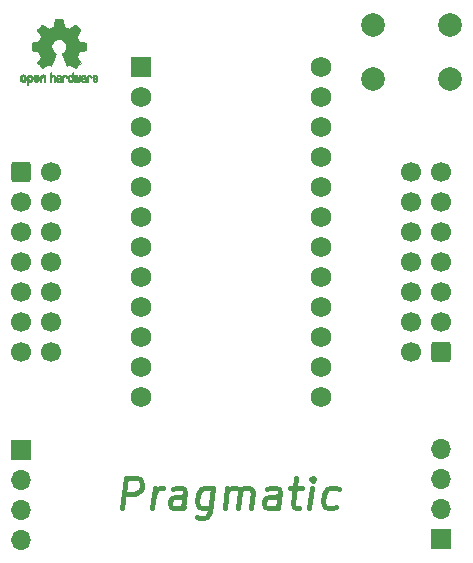
<source format=gts>
%TF.GenerationSoftware,KiCad,Pcbnew,(6.0.5-0)*%
%TF.CreationDate,2022-06-17T01:25:01+08:00*%
%TF.ProjectId,Pragmatic,50726167-6d61-4746-9963-2e6b69636164,V3*%
%TF.SameCoordinates,PX7df6180PY32de760*%
%TF.FileFunction,Soldermask,Top*%
%TF.FilePolarity,Negative*%
%FSLAX46Y46*%
G04 Gerber Fmt 4.6, Leading zero omitted, Abs format (unit mm)*
G04 Created by KiCad (PCBNEW (6.0.5-0)) date 2022-06-17 01:25:01*
%MOMM*%
%LPD*%
G01*
G04 APERTURE LIST*
G04 Aperture macros list*
%AMRoundRect*
0 Rectangle with rounded corners*
0 $1 Rounding radius*
0 $2 $3 $4 $5 $6 $7 $8 $9 X,Y pos of 4 corners*
0 Add a 4 corners polygon primitive as box body*
4,1,4,$2,$3,$4,$5,$6,$7,$8,$9,$2,$3,0*
0 Add four circle primitives for the rounded corners*
1,1,$1+$1,$2,$3*
1,1,$1+$1,$4,$5*
1,1,$1+$1,$6,$7*
1,1,$1+$1,$8,$9*
0 Add four rect primitives between the rounded corners*
20,1,$1+$1,$2,$3,$4,$5,0*
20,1,$1+$1,$4,$5,$6,$7,0*
20,1,$1+$1,$6,$7,$8,$9,0*
20,1,$1+$1,$8,$9,$2,$3,0*%
G04 Aperture macros list end*
%ADD10C,0.381000*%
%ADD11C,0.010000*%
%ADD12R,1.752600X1.752600*%
%ADD13C,1.752600*%
%ADD14RoundRect,0.250000X-0.600000X-0.600000X0.600000X-0.600000X0.600000X0.600000X-0.600000X0.600000X0*%
%ADD15C,1.700000*%
%ADD16RoundRect,0.250000X0.600000X0.600000X-0.600000X0.600000X-0.600000X-0.600000X0.600000X-0.600000X0*%
%ADD17C,2.000000*%
%ADD18R,1.700000X1.700000*%
%ADD19O,1.700000X1.700000*%
G04 APERTURE END LIST*
D10*
X-1631421Y-37344047D02*
X-1313921Y-34804047D01*
X-346302Y-34804047D01*
X-119517Y-34925000D01*
X-13683Y-35045952D01*
X77031Y-35287857D01*
X31674Y-35650714D01*
X-119517Y-35892619D01*
X-255588Y-36013571D01*
X-512612Y-36134523D01*
X-1480231Y-36134523D01*
X908579Y-37344047D02*
X1120245Y-35650714D01*
X1059769Y-36134523D02*
X1210960Y-35892619D01*
X1347031Y-35771666D01*
X1604055Y-35650714D01*
X1845960Y-35650714D01*
X3569531Y-37344047D02*
X3735841Y-36013571D01*
X3645126Y-35771666D01*
X3418341Y-35650714D01*
X2934531Y-35650714D01*
X2677507Y-35771666D01*
X3584650Y-37223095D02*
X3327626Y-37344047D01*
X2722864Y-37344047D01*
X2496079Y-37223095D01*
X2405364Y-36981190D01*
X2435602Y-36739285D01*
X2586793Y-36497380D01*
X2843817Y-36376428D01*
X3448579Y-36376428D01*
X3705602Y-36255476D01*
X6079293Y-35650714D02*
X5822269Y-37706904D01*
X5671079Y-37948809D01*
X5535007Y-38069761D01*
X5277983Y-38190714D01*
X4915126Y-38190714D01*
X4688341Y-38069761D01*
X5882745Y-37223095D02*
X5625722Y-37344047D01*
X5141912Y-37344047D01*
X4915126Y-37223095D01*
X4809293Y-37102142D01*
X4718579Y-36860238D01*
X4809293Y-36134523D01*
X4960483Y-35892619D01*
X5096555Y-35771666D01*
X5353579Y-35650714D01*
X5837388Y-35650714D01*
X6064174Y-35771666D01*
X7077150Y-37344047D02*
X7288817Y-35650714D01*
X7258579Y-35892619D02*
X7394650Y-35771666D01*
X7651674Y-35650714D01*
X8014531Y-35650714D01*
X8241317Y-35771666D01*
X8332031Y-36013571D01*
X8165722Y-37344047D01*
X8332031Y-36013571D02*
X8483222Y-35771666D01*
X8740245Y-35650714D01*
X9103102Y-35650714D01*
X9329888Y-35771666D01*
X9420602Y-36013571D01*
X9254293Y-37344047D01*
X11552388Y-37344047D02*
X11718698Y-36013571D01*
X11627983Y-35771666D01*
X11401198Y-35650714D01*
X10917388Y-35650714D01*
X10660364Y-35771666D01*
X11567507Y-37223095D02*
X11310483Y-37344047D01*
X10705722Y-37344047D01*
X10478936Y-37223095D01*
X10388222Y-36981190D01*
X10418460Y-36739285D01*
X10569650Y-36497380D01*
X10826674Y-36376428D01*
X11431436Y-36376428D01*
X11688460Y-36255476D01*
X12610722Y-35650714D02*
X13578341Y-35650714D01*
X13079412Y-34804047D02*
X12807269Y-36981190D01*
X12897983Y-37223095D01*
X13124769Y-37344047D01*
X13366674Y-37344047D01*
X14213341Y-37344047D02*
X14425007Y-35650714D01*
X14530841Y-34804047D02*
X14394769Y-34925000D01*
X14500602Y-35045952D01*
X14636674Y-34925000D01*
X14530841Y-34804047D01*
X14500602Y-35045952D01*
X16526555Y-37223095D02*
X16269531Y-37344047D01*
X15785722Y-37344047D01*
X15558936Y-37223095D01*
X15453102Y-37102142D01*
X15362388Y-36860238D01*
X15453102Y-36134523D01*
X15604293Y-35892619D01*
X15740364Y-35771666D01*
X15997388Y-35650714D01*
X16481198Y-35650714D01*
X16707983Y-35771666D01*
%TO.C,Logo1*%
G36*
X-5205167Y-688663D02*
G01*
X-5202952Y-726850D01*
X-5201216Y-784886D01*
X-5200101Y-858180D01*
X-5199743Y-935055D01*
X-5199743Y-1195196D01*
X-5245674Y-1241127D01*
X-5277325Y-1269429D01*
X-5305110Y-1280893D01*
X-5343085Y-1280168D01*
X-5358160Y-1278321D01*
X-5405274Y-1272948D01*
X-5444244Y-1269869D01*
X-5453743Y-1269585D01*
X-5485767Y-1271445D01*
X-5531568Y-1276114D01*
X-5549326Y-1278321D01*
X-5592943Y-1281735D01*
X-5622255Y-1274320D01*
X-5651320Y-1251427D01*
X-5661812Y-1241127D01*
X-5707743Y-1195196D01*
X-5707743Y-708602D01*
X-5670774Y-691758D01*
X-5638941Y-679282D01*
X-5620317Y-674914D01*
X-5615542Y-688718D01*
X-5611079Y-727286D01*
X-5607225Y-786356D01*
X-5604278Y-861663D01*
X-5602857Y-925286D01*
X-5598886Y-1175657D01*
X-5564241Y-1180556D01*
X-5532732Y-1177131D01*
X-5517292Y-1166041D01*
X-5512977Y-1145308D01*
X-5509292Y-1101145D01*
X-5506531Y-1039146D01*
X-5504988Y-964909D01*
X-5504765Y-926706D01*
X-5504543Y-706783D01*
X-5458834Y-690849D01*
X-5426482Y-680015D01*
X-5408885Y-674962D01*
X-5408377Y-674914D01*
X-5406612Y-688648D01*
X-5404671Y-726730D01*
X-5402718Y-784482D01*
X-5400916Y-857227D01*
X-5399657Y-925286D01*
X-5395686Y-1175657D01*
X-5308600Y-1175657D01*
X-5304604Y-947240D01*
X-5300608Y-718822D01*
X-5258153Y-696868D01*
X-5226808Y-681793D01*
X-5208256Y-674951D01*
X-5207721Y-674914D01*
X-5205167Y-688663D01*
G37*
D11*
X-5205167Y-688663D02*
X-5202952Y-726850D01*
X-5201216Y-784886D01*
X-5200101Y-858180D01*
X-5199743Y-935055D01*
X-5199743Y-1195196D01*
X-5245674Y-1241127D01*
X-5277325Y-1269429D01*
X-5305110Y-1280893D01*
X-5343085Y-1280168D01*
X-5358160Y-1278321D01*
X-5405274Y-1272948D01*
X-5444244Y-1269869D01*
X-5453743Y-1269585D01*
X-5485767Y-1271445D01*
X-5531568Y-1276114D01*
X-5549326Y-1278321D01*
X-5592943Y-1281735D01*
X-5622255Y-1274320D01*
X-5651320Y-1251427D01*
X-5661812Y-1241127D01*
X-5707743Y-1195196D01*
X-5707743Y-708602D01*
X-5670774Y-691758D01*
X-5638941Y-679282D01*
X-5620317Y-674914D01*
X-5615542Y-688718D01*
X-5611079Y-727286D01*
X-5607225Y-786356D01*
X-5604278Y-861663D01*
X-5602857Y-925286D01*
X-5598886Y-1175657D01*
X-5564241Y-1180556D01*
X-5532732Y-1177131D01*
X-5517292Y-1166041D01*
X-5512977Y-1145308D01*
X-5509292Y-1101145D01*
X-5506531Y-1039146D01*
X-5504988Y-964909D01*
X-5504765Y-926706D01*
X-5504543Y-706783D01*
X-5458834Y-690849D01*
X-5426482Y-680015D01*
X-5408885Y-674962D01*
X-5408377Y-674914D01*
X-5406612Y-688648D01*
X-5404671Y-726730D01*
X-5402718Y-784482D01*
X-5400916Y-857227D01*
X-5399657Y-925286D01*
X-5395686Y-1175657D01*
X-5308600Y-1175657D01*
X-5304604Y-947240D01*
X-5300608Y-718822D01*
X-5258153Y-696868D01*
X-5226808Y-681793D01*
X-5208256Y-674951D01*
X-5207721Y-674914D01*
X-5205167Y-688663D01*
G36*
X-6881090Y4027652D02*
G01*
X-6802546Y4027222D01*
X-6745702Y4026058D01*
X-6706895Y4023793D01*
X-6682462Y4020060D01*
X-6668738Y4014494D01*
X-6662060Y4006727D01*
X-6658764Y3996395D01*
X-6658444Y3995057D01*
X-6653438Y3970921D01*
X-6644171Y3923299D01*
X-6631608Y3857259D01*
X-6616713Y3777872D01*
X-6600449Y3690204D01*
X-6599881Y3687125D01*
X-6583590Y3601211D01*
X-6568348Y3525304D01*
X-6555139Y3463955D01*
X-6544946Y3421718D01*
X-6538752Y3403145D01*
X-6538457Y3402816D01*
X-6520212Y3393747D01*
X-6482595Y3378633D01*
X-6433729Y3360738D01*
X-6433457Y3360642D01*
X-6371907Y3337507D01*
X-6299343Y3308035D01*
X-6230943Y3278403D01*
X-6227706Y3276938D01*
X-6116298Y3226374D01*
X-5869601Y3394840D01*
X-5793923Y3446197D01*
X-5725369Y3492111D01*
X-5667912Y3529970D01*
X-5625524Y3557163D01*
X-5602175Y3571079D01*
X-5599958Y3572111D01*
X-5582990Y3567516D01*
X-5551299Y3545345D01*
X-5503648Y3504553D01*
X-5438802Y3444095D01*
X-5372603Y3379773D01*
X-5308786Y3316388D01*
X-5251671Y3258549D01*
X-5204695Y3209825D01*
X-5171297Y3173790D01*
X-5154915Y3154016D01*
X-5154306Y3152998D01*
X-5152495Y3139428D01*
X-5159317Y3117267D01*
X-5176460Y3083522D01*
X-5205607Y3035200D01*
X-5248445Y2969308D01*
X-5305552Y2884483D01*
X-5356234Y2809823D01*
X-5401539Y2742860D01*
X-5438850Y2687484D01*
X-5465548Y2647580D01*
X-5479015Y2627038D01*
X-5479863Y2625644D01*
X-5478219Y2605962D01*
X-5465755Y2567707D01*
X-5444952Y2518111D01*
X-5437538Y2502272D01*
X-5405186Y2431710D01*
X-5370672Y2351647D01*
X-5342635Y2282371D01*
X-5322432Y2230955D01*
X-5306385Y2191881D01*
X-5297112Y2171459D01*
X-5295959Y2169886D01*
X-5278904Y2167279D01*
X-5238702Y2160137D01*
X-5180698Y2149477D01*
X-5110237Y2136315D01*
X-5032665Y2121667D01*
X-4953328Y2106551D01*
X-4877569Y2091982D01*
X-4810736Y2078978D01*
X-4758172Y2068555D01*
X-4725224Y2061730D01*
X-4717143Y2059801D01*
X-4708795Y2055038D01*
X-4702494Y2044282D01*
X-4697955Y2023902D01*
X-4694896Y1990266D01*
X-4693033Y1939745D01*
X-4692082Y1868708D01*
X-4691760Y1773524D01*
X-4691743Y1734508D01*
X-4691743Y1417201D01*
X-4767943Y1402161D01*
X-4810337Y1394005D01*
X-4873600Y1382101D01*
X-4950038Y1367884D01*
X-5031957Y1352790D01*
X-5054600Y1348645D01*
X-5130194Y1333947D01*
X-5196047Y1319495D01*
X-5246634Y1306625D01*
X-5276426Y1296678D01*
X-5281388Y1293713D01*
X-5293574Y1272717D01*
X-5311047Y1232033D01*
X-5330423Y1179678D01*
X-5334266Y1168400D01*
X-5359661Y1098477D01*
X-5391183Y1019582D01*
X-5422031Y948734D01*
X-5422183Y948405D01*
X-5473553Y837267D01*
X-5304601Y588747D01*
X-5135648Y340228D01*
X-5352571Y122942D01*
X-5418181Y58274D01*
X-5478021Y1267D01*
X-5528733Y-45033D01*
X-5566954Y-77584D01*
X-5589325Y-93343D01*
X-5592534Y-94343D01*
X-5611374Y-86469D01*
X-5649820Y-64578D01*
X-5703670Y-31267D01*
X-5768724Y10869D01*
X-5839060Y58057D01*
X-5910445Y106190D01*
X-5974092Y148072D01*
X-6025959Y181129D01*
X-6062005Y202782D01*
X-6078133Y210457D01*
X-6097811Y203963D01*
X-6135125Y186850D01*
X-6182379Y162674D01*
X-6187388Y159987D01*
X-6251023Y128073D01*
X-6294659Y112421D01*
X-6321798Y112255D01*
X-6335943Y126796D01*
X-6336025Y127000D01*
X-6343095Y144221D01*
X-6359958Y185101D01*
X-6385305Y246475D01*
X-6417829Y325181D01*
X-6456222Y418053D01*
X-6499178Y521928D01*
X-6540778Y622498D01*
X-6586496Y733484D01*
X-6628474Y836297D01*
X-6665452Y927785D01*
X-6696173Y1004799D01*
X-6719378Y1064185D01*
X-6733810Y1102791D01*
X-6738257Y1117200D01*
X-6727104Y1133728D01*
X-6697931Y1160070D01*
X-6659029Y1189113D01*
X-6548243Y1280961D01*
X-6461649Y1386241D01*
X-6400284Y1502734D01*
X-6365185Y1628224D01*
X-6357392Y1760493D01*
X-6363057Y1821543D01*
X-6393922Y1948205D01*
X-6447080Y2060059D01*
X-6519233Y2155999D01*
X-6607083Y2234924D01*
X-6707335Y2295730D01*
X-6816690Y2337313D01*
X-6931853Y2358572D01*
X-7049525Y2358401D01*
X-7166410Y2335699D01*
X-7279211Y2289362D01*
X-7384631Y2218287D01*
X-7428632Y2178089D01*
X-7513021Y2074871D01*
X-7571778Y1962075D01*
X-7605296Y1842990D01*
X-7613965Y1720905D01*
X-7598177Y1599107D01*
X-7558322Y1480884D01*
X-7494793Y1369525D01*
X-7407979Y1268316D01*
X-7310971Y1189113D01*
X-7270563Y1158838D01*
X-7242018Y1132781D01*
X-7231743Y1117175D01*
X-7237123Y1100157D01*
X-7252425Y1059500D01*
X-7276388Y998358D01*
X-7307756Y919881D01*
X-7345268Y827220D01*
X-7387667Y723528D01*
X-7429337Y622474D01*
X-7475310Y511393D01*
X-7517893Y408459D01*
X-7555779Y316835D01*
X-7587660Y239684D01*
X-7612229Y180169D01*
X-7628180Y141456D01*
X-7634090Y127000D01*
X-7648052Y112315D01*
X-7675060Y112358D01*
X-7718587Y127901D01*
X-7782110Y159716D01*
X-7782612Y159987D01*
X-7830440Y184677D01*
X-7869103Y202662D01*
X-7890905Y210386D01*
X-7891867Y210457D01*
X-7908279Y202622D01*
X-7944513Y180835D01*
X-7996526Y147672D01*
X-8060275Y105709D01*
X-8130940Y58057D01*
X-8202884Y9809D01*
X-8267726Y-32151D01*
X-8321265Y-65227D01*
X-8359303Y-86821D01*
X-8377467Y-94343D01*
X-8394192Y-84457D01*
X-8427820Y-56826D01*
X-8474990Y-14495D01*
X-8532342Y39495D01*
X-8596516Y102101D01*
X-8617503Y123017D01*
X-8834501Y340377D01*
X-8669332Y582780D01*
X-8619136Y657219D01*
X-8575081Y724028D01*
X-8539638Y779335D01*
X-8515281Y819271D01*
X-8504478Y839964D01*
X-8504162Y841437D01*
X-8509857Y860942D01*
X-8525174Y900178D01*
X-8547463Y952570D01*
X-8563107Y987645D01*
X-8592359Y1054799D01*
X-8619906Y1122642D01*
X-8641263Y1179966D01*
X-8647065Y1197428D01*
X-8663548Y1244062D01*
X-8679660Y1280095D01*
X-8688510Y1293713D01*
X-8708040Y1302048D01*
X-8750666Y1313863D01*
X-8810855Y1327819D01*
X-8883078Y1342578D01*
X-8915400Y1348645D01*
X-8997478Y1363727D01*
X-9076205Y1378331D01*
X-9143891Y1391020D01*
X-9192840Y1400358D01*
X-9202057Y1402161D01*
X-9278257Y1417201D01*
X-9278257Y1734508D01*
X-9278086Y1838846D01*
X-9277384Y1917787D01*
X-9275866Y1974962D01*
X-9273251Y2014001D01*
X-9269254Y2038535D01*
X-9263591Y2052195D01*
X-9255980Y2058611D01*
X-9252857Y2059801D01*
X-9234022Y2064020D01*
X-9192412Y2072438D01*
X-9133370Y2084039D01*
X-9062243Y2097805D01*
X-8984375Y2112720D01*
X-8905113Y2127768D01*
X-8829802Y2141931D01*
X-8763787Y2154194D01*
X-8712413Y2163539D01*
X-8681025Y2168950D01*
X-8674041Y2169886D01*
X-8667715Y2182404D01*
X-8653710Y2215754D01*
X-8634645Y2263623D01*
X-8627366Y2282371D01*
X-8598004Y2354805D01*
X-8563429Y2434830D01*
X-8532463Y2502272D01*
X-8509677Y2553841D01*
X-8494518Y2596215D01*
X-8489458Y2622166D01*
X-8490264Y2625644D01*
X-8500959Y2642064D01*
X-8525380Y2678583D01*
X-8560905Y2731313D01*
X-8604913Y2796365D01*
X-8654783Y2869849D01*
X-8664644Y2884355D01*
X-8722508Y2970296D01*
X-8765044Y3035739D01*
X-8793946Y3083696D01*
X-8810910Y3117180D01*
X-8817633Y3139205D01*
X-8815810Y3152783D01*
X-8815764Y3152869D01*
X-8801414Y3170703D01*
X-8769677Y3205183D01*
X-8723990Y3252732D01*
X-8667796Y3309778D01*
X-8604532Y3372745D01*
X-8597398Y3379773D01*
X-8517670Y3456980D01*
X-8456143Y3513670D01*
X-8411579Y3550890D01*
X-8382743Y3569685D01*
X-8370042Y3572111D01*
X-8351506Y3561529D01*
X-8313039Y3537084D01*
X-8258614Y3501388D01*
X-8192202Y3457053D01*
X-8117775Y3406689D01*
X-8100399Y3394840D01*
X-7853703Y3226374D01*
X-7742294Y3276938D01*
X-7674543Y3306405D01*
X-7601817Y3336041D01*
X-7539297Y3359670D01*
X-7536543Y3360642D01*
X-7487640Y3378543D01*
X-7449943Y3393680D01*
X-7431575Y3402790D01*
X-7431544Y3402816D01*
X-7425715Y3419283D01*
X-7415808Y3459781D01*
X-7402805Y3519758D01*
X-7387691Y3594660D01*
X-7371448Y3679936D01*
X-7370119Y3687125D01*
X-7353825Y3774986D01*
X-7338867Y3854740D01*
X-7326209Y3921319D01*
X-7316814Y3969653D01*
X-7311646Y3994675D01*
X-7311556Y3995057D01*
X-7308411Y4005701D01*
X-7302296Y4013738D01*
X-7289547Y4019533D01*
X-7266500Y4023453D01*
X-7229491Y4025865D01*
X-7174856Y4027135D01*
X-7098933Y4027629D01*
X-6998056Y4027714D01*
X-6985000Y4027714D01*
X-6881090Y4027652D01*
G37*
X-6881090Y4027652D02*
X-6802546Y4027222D01*
X-6745702Y4026058D01*
X-6706895Y4023793D01*
X-6682462Y4020060D01*
X-6668738Y4014494D01*
X-6662060Y4006727D01*
X-6658764Y3996395D01*
X-6658444Y3995057D01*
X-6653438Y3970921D01*
X-6644171Y3923299D01*
X-6631608Y3857259D01*
X-6616713Y3777872D01*
X-6600449Y3690204D01*
X-6599881Y3687125D01*
X-6583590Y3601211D01*
X-6568348Y3525304D01*
X-6555139Y3463955D01*
X-6544946Y3421718D01*
X-6538752Y3403145D01*
X-6538457Y3402816D01*
X-6520212Y3393747D01*
X-6482595Y3378633D01*
X-6433729Y3360738D01*
X-6433457Y3360642D01*
X-6371907Y3337507D01*
X-6299343Y3308035D01*
X-6230943Y3278403D01*
X-6227706Y3276938D01*
X-6116298Y3226374D01*
X-5869601Y3394840D01*
X-5793923Y3446197D01*
X-5725369Y3492111D01*
X-5667912Y3529970D01*
X-5625524Y3557163D01*
X-5602175Y3571079D01*
X-5599958Y3572111D01*
X-5582990Y3567516D01*
X-5551299Y3545345D01*
X-5503648Y3504553D01*
X-5438802Y3444095D01*
X-5372603Y3379773D01*
X-5308786Y3316388D01*
X-5251671Y3258549D01*
X-5204695Y3209825D01*
X-5171297Y3173790D01*
X-5154915Y3154016D01*
X-5154306Y3152998D01*
X-5152495Y3139428D01*
X-5159317Y3117267D01*
X-5176460Y3083522D01*
X-5205607Y3035200D01*
X-5248445Y2969308D01*
X-5305552Y2884483D01*
X-5356234Y2809823D01*
X-5401539Y2742860D01*
X-5438850Y2687484D01*
X-5465548Y2647580D01*
X-5479015Y2627038D01*
X-5479863Y2625644D01*
X-5478219Y2605962D01*
X-5465755Y2567707D01*
X-5444952Y2518111D01*
X-5437538Y2502272D01*
X-5405186Y2431710D01*
X-5370672Y2351647D01*
X-5342635Y2282371D01*
X-5322432Y2230955D01*
X-5306385Y2191881D01*
X-5297112Y2171459D01*
X-5295959Y2169886D01*
X-5278904Y2167279D01*
X-5238702Y2160137D01*
X-5180698Y2149477D01*
X-5110237Y2136315D01*
X-5032665Y2121667D01*
X-4953328Y2106551D01*
X-4877569Y2091982D01*
X-4810736Y2078978D01*
X-4758172Y2068555D01*
X-4725224Y2061730D01*
X-4717143Y2059801D01*
X-4708795Y2055038D01*
X-4702494Y2044282D01*
X-4697955Y2023902D01*
X-4694896Y1990266D01*
X-4693033Y1939745D01*
X-4692082Y1868708D01*
X-4691760Y1773524D01*
X-4691743Y1734508D01*
X-4691743Y1417201D01*
X-4767943Y1402161D01*
X-4810337Y1394005D01*
X-4873600Y1382101D01*
X-4950038Y1367884D01*
X-5031957Y1352790D01*
X-5054600Y1348645D01*
X-5130194Y1333947D01*
X-5196047Y1319495D01*
X-5246634Y1306625D01*
X-5276426Y1296678D01*
X-5281388Y1293713D01*
X-5293574Y1272717D01*
X-5311047Y1232033D01*
X-5330423Y1179678D01*
X-5334266Y1168400D01*
X-5359661Y1098477D01*
X-5391183Y1019582D01*
X-5422031Y948734D01*
X-5422183Y948405D01*
X-5473553Y837267D01*
X-5304601Y588747D01*
X-5135648Y340228D01*
X-5352571Y122942D01*
X-5418181Y58274D01*
X-5478021Y1267D01*
X-5528733Y-45033D01*
X-5566954Y-77584D01*
X-5589325Y-93343D01*
X-5592534Y-94343D01*
X-5611374Y-86469D01*
X-5649820Y-64578D01*
X-5703670Y-31267D01*
X-5768724Y10869D01*
X-5839060Y58057D01*
X-5910445Y106190D01*
X-5974092Y148072D01*
X-6025959Y181129D01*
X-6062005Y202782D01*
X-6078133Y210457D01*
X-6097811Y203963D01*
X-6135125Y186850D01*
X-6182379Y162674D01*
X-6187388Y159987D01*
X-6251023Y128073D01*
X-6294659Y112421D01*
X-6321798Y112255D01*
X-6335943Y126796D01*
X-6336025Y127000D01*
X-6343095Y144221D01*
X-6359958Y185101D01*
X-6385305Y246475D01*
X-6417829Y325181D01*
X-6456222Y418053D01*
X-6499178Y521928D01*
X-6540778Y622498D01*
X-6586496Y733484D01*
X-6628474Y836297D01*
X-6665452Y927785D01*
X-6696173Y1004799D01*
X-6719378Y1064185D01*
X-6733810Y1102791D01*
X-6738257Y1117200D01*
X-6727104Y1133728D01*
X-6697931Y1160070D01*
X-6659029Y1189113D01*
X-6548243Y1280961D01*
X-6461649Y1386241D01*
X-6400284Y1502734D01*
X-6365185Y1628224D01*
X-6357392Y1760493D01*
X-6363057Y1821543D01*
X-6393922Y1948205D01*
X-6447080Y2060059D01*
X-6519233Y2155999D01*
X-6607083Y2234924D01*
X-6707335Y2295730D01*
X-6816690Y2337313D01*
X-6931853Y2358572D01*
X-7049525Y2358401D01*
X-7166410Y2335699D01*
X-7279211Y2289362D01*
X-7384631Y2218287D01*
X-7428632Y2178089D01*
X-7513021Y2074871D01*
X-7571778Y1962075D01*
X-7605296Y1842990D01*
X-7613965Y1720905D01*
X-7598177Y1599107D01*
X-7558322Y1480884D01*
X-7494793Y1369525D01*
X-7407979Y1268316D01*
X-7310971Y1189113D01*
X-7270563Y1158838D01*
X-7242018Y1132781D01*
X-7231743Y1117175D01*
X-7237123Y1100157D01*
X-7252425Y1059500D01*
X-7276388Y998358D01*
X-7307756Y919881D01*
X-7345268Y827220D01*
X-7387667Y723528D01*
X-7429337Y622474D01*
X-7475310Y511393D01*
X-7517893Y408459D01*
X-7555779Y316835D01*
X-7587660Y239684D01*
X-7612229Y180169D01*
X-7628180Y141456D01*
X-7634090Y127000D01*
X-7648052Y112315D01*
X-7675060Y112358D01*
X-7718587Y127901D01*
X-7782110Y159716D01*
X-7782612Y159987D01*
X-7830440Y184677D01*
X-7869103Y202662D01*
X-7890905Y210386D01*
X-7891867Y210457D01*
X-7908279Y202622D01*
X-7944513Y180835D01*
X-7996526Y147672D01*
X-8060275Y105709D01*
X-8130940Y58057D01*
X-8202884Y9809D01*
X-8267726Y-32151D01*
X-8321265Y-65227D01*
X-8359303Y-86821D01*
X-8377467Y-94343D01*
X-8394192Y-84457D01*
X-8427820Y-56826D01*
X-8474990Y-14495D01*
X-8532342Y39495D01*
X-8596516Y102101D01*
X-8617503Y123017D01*
X-8834501Y340377D01*
X-8669332Y582780D01*
X-8619136Y657219D01*
X-8575081Y724028D01*
X-8539638Y779335D01*
X-8515281Y819271D01*
X-8504478Y839964D01*
X-8504162Y841437D01*
X-8509857Y860942D01*
X-8525174Y900178D01*
X-8547463Y952570D01*
X-8563107Y987645D01*
X-8592359Y1054799D01*
X-8619906Y1122642D01*
X-8641263Y1179966D01*
X-8647065Y1197428D01*
X-8663548Y1244062D01*
X-8679660Y1280095D01*
X-8688510Y1293713D01*
X-8708040Y1302048D01*
X-8750666Y1313863D01*
X-8810855Y1327819D01*
X-8883078Y1342578D01*
X-8915400Y1348645D01*
X-8997478Y1363727D01*
X-9076205Y1378331D01*
X-9143891Y1391020D01*
X-9192840Y1400358D01*
X-9202057Y1402161D01*
X-9278257Y1417201D01*
X-9278257Y1734508D01*
X-9278086Y1838846D01*
X-9277384Y1917787D01*
X-9275866Y1974962D01*
X-9273251Y2014001D01*
X-9269254Y2038535D01*
X-9263591Y2052195D01*
X-9255980Y2058611D01*
X-9252857Y2059801D01*
X-9234022Y2064020D01*
X-9192412Y2072438D01*
X-9133370Y2084039D01*
X-9062243Y2097805D01*
X-8984375Y2112720D01*
X-8905113Y2127768D01*
X-8829802Y2141931D01*
X-8763787Y2154194D01*
X-8712413Y2163539D01*
X-8681025Y2168950D01*
X-8674041Y2169886D01*
X-8667715Y2182404D01*
X-8653710Y2215754D01*
X-8634645Y2263623D01*
X-8627366Y2282371D01*
X-8598004Y2354805D01*
X-8563429Y2434830D01*
X-8532463Y2502272D01*
X-8509677Y2553841D01*
X-8494518Y2596215D01*
X-8489458Y2622166D01*
X-8490264Y2625644D01*
X-8500959Y2642064D01*
X-8525380Y2678583D01*
X-8560905Y2731313D01*
X-8604913Y2796365D01*
X-8654783Y2869849D01*
X-8664644Y2884355D01*
X-8722508Y2970296D01*
X-8765044Y3035739D01*
X-8793946Y3083696D01*
X-8810910Y3117180D01*
X-8817633Y3139205D01*
X-8815810Y3152783D01*
X-8815764Y3152869D01*
X-8801414Y3170703D01*
X-8769677Y3205183D01*
X-8723990Y3252732D01*
X-8667796Y3309778D01*
X-8604532Y3372745D01*
X-8597398Y3379773D01*
X-8517670Y3456980D01*
X-8456143Y3513670D01*
X-8411579Y3550890D01*
X-8382743Y3569685D01*
X-8370042Y3572111D01*
X-8351506Y3561529D01*
X-8313039Y3537084D01*
X-8258614Y3501388D01*
X-8192202Y3457053D01*
X-8117775Y3406689D01*
X-8100399Y3394840D01*
X-7853703Y3226374D01*
X-7742294Y3276938D01*
X-7674543Y3306405D01*
X-7601817Y3336041D01*
X-7539297Y3359670D01*
X-7536543Y3360642D01*
X-7487640Y3378543D01*
X-7449943Y3393680D01*
X-7431575Y3402790D01*
X-7431544Y3402816D01*
X-7425715Y3419283D01*
X-7415808Y3459781D01*
X-7402805Y3519758D01*
X-7387691Y3594660D01*
X-7371448Y3679936D01*
X-7370119Y3687125D01*
X-7353825Y3774986D01*
X-7338867Y3854740D01*
X-7326209Y3921319D01*
X-7316814Y3969653D01*
X-7311646Y3994675D01*
X-7311556Y3995057D01*
X-7308411Y4005701D01*
X-7302296Y4013738D01*
X-7289547Y4019533D01*
X-7266500Y4023453D01*
X-7229491Y4025865D01*
X-7174856Y4027135D01*
X-7098933Y4027629D01*
X-6998056Y4027714D01*
X-6985000Y4027714D01*
X-6881090Y4027652D01*
G36*
X-4116804Y-825384D02*
G01*
X-4103116Y-776695D01*
X-4080904Y-740849D01*
X-4048426Y-712513D01*
X-4034267Y-703355D01*
X-3969947Y-679507D01*
X-3899527Y-678006D01*
X-3831405Y-696966D01*
X-3773979Y-734497D01*
X-3746281Y-768096D01*
X-3724338Y-829064D01*
X-3722595Y-877308D01*
X-3726543Y-941816D01*
X-3875314Y-1006934D01*
X-3947651Y-1040202D01*
X-3994916Y-1066964D01*
X-4019493Y-1090144D01*
X-4023763Y-1112667D01*
X-4010111Y-1137455D01*
X-3995057Y-1153886D01*
X-3951254Y-1180235D01*
X-3903611Y-1182081D01*
X-3859855Y-1161546D01*
X-3827711Y-1120752D01*
X-3821962Y-1106347D01*
X-3794424Y-1061356D01*
X-3762742Y-1042182D01*
X-3719286Y-1025779D01*
X-3719286Y-1087966D01*
X-3723128Y-1130283D01*
X-3738177Y-1165969D01*
X-3769720Y-1206943D01*
X-3774408Y-1212267D01*
X-3809494Y-1248720D01*
X-3839653Y-1268283D01*
X-3877385Y-1277283D01*
X-3908665Y-1280230D01*
X-3964615Y-1280965D01*
X-4004445Y-1271660D01*
X-4029292Y-1257846D01*
X-4068344Y-1227467D01*
X-4095375Y-1194613D01*
X-4112483Y-1153294D01*
X-4121762Y-1097521D01*
X-4125307Y-1021305D01*
X-4125590Y-982622D01*
X-4124628Y-936247D01*
X-4036993Y-936247D01*
X-4035977Y-961126D01*
X-4033444Y-965200D01*
X-4016726Y-959665D01*
X-3980751Y-945017D01*
X-3932669Y-924190D01*
X-3922614Y-919714D01*
X-3861848Y-888814D01*
X-3828368Y-861657D01*
X-3821010Y-836220D01*
X-3838609Y-810481D01*
X-3853144Y-799109D01*
X-3905590Y-776364D01*
X-3954678Y-780122D01*
X-3995773Y-807884D01*
X-4024242Y-857152D01*
X-4033369Y-896257D01*
X-4036993Y-936247D01*
X-4124628Y-936247D01*
X-4123715Y-892249D01*
X-4116804Y-825384D01*
G37*
X-4116804Y-825384D02*
X-4103116Y-776695D01*
X-4080904Y-740849D01*
X-4048426Y-712513D01*
X-4034267Y-703355D01*
X-3969947Y-679507D01*
X-3899527Y-678006D01*
X-3831405Y-696966D01*
X-3773979Y-734497D01*
X-3746281Y-768096D01*
X-3724338Y-829064D01*
X-3722595Y-877308D01*
X-3726543Y-941816D01*
X-3875314Y-1006934D01*
X-3947651Y-1040202D01*
X-3994916Y-1066964D01*
X-4019493Y-1090144D01*
X-4023763Y-1112667D01*
X-4010111Y-1137455D01*
X-3995057Y-1153886D01*
X-3951254Y-1180235D01*
X-3903611Y-1182081D01*
X-3859855Y-1161546D01*
X-3827711Y-1120752D01*
X-3821962Y-1106347D01*
X-3794424Y-1061356D01*
X-3762742Y-1042182D01*
X-3719286Y-1025779D01*
X-3719286Y-1087966D01*
X-3723128Y-1130283D01*
X-3738177Y-1165969D01*
X-3769720Y-1206943D01*
X-3774408Y-1212267D01*
X-3809494Y-1248720D01*
X-3839653Y-1268283D01*
X-3877385Y-1277283D01*
X-3908665Y-1280230D01*
X-3964615Y-1280965D01*
X-4004445Y-1271660D01*
X-4029292Y-1257846D01*
X-4068344Y-1227467D01*
X-4095375Y-1194613D01*
X-4112483Y-1153294D01*
X-4121762Y-1097521D01*
X-4125307Y-1021305D01*
X-4125590Y-982622D01*
X-4124628Y-936247D01*
X-4036993Y-936247D01*
X-4035977Y-961126D01*
X-4033444Y-965200D01*
X-4016726Y-959665D01*
X-3980751Y-945017D01*
X-3932669Y-924190D01*
X-3922614Y-919714D01*
X-3861848Y-888814D01*
X-3828368Y-861657D01*
X-3821010Y-836220D01*
X-3838609Y-810481D01*
X-3853144Y-799109D01*
X-3905590Y-776364D01*
X-3954678Y-780122D01*
X-3995773Y-807884D01*
X-4024242Y-857152D01*
X-4033369Y-896257D01*
X-4036993Y-936247D01*
X-4124628Y-936247D01*
X-4123715Y-892249D01*
X-4116804Y-825384D01*
G36*
X-4840124Y-686335D02*
G01*
X-4798333Y-705344D01*
X-4765531Y-728378D01*
X-4741497Y-754133D01*
X-4724903Y-787358D01*
X-4714423Y-832800D01*
X-4708729Y-895207D01*
X-4706493Y-979327D01*
X-4706257Y-1034721D01*
X-4706257Y-1250826D01*
X-4743226Y-1267670D01*
X-4772344Y-1279981D01*
X-4786769Y-1284514D01*
X-4789528Y-1271025D01*
X-4791718Y-1234653D01*
X-4793058Y-1181542D01*
X-4793343Y-1139372D01*
X-4794566Y-1078447D01*
X-4797864Y-1030115D01*
X-4802679Y-1000518D01*
X-4806504Y-994229D01*
X-4832217Y-1000652D01*
X-4872582Y-1017125D01*
X-4919321Y-1039458D01*
X-4964155Y-1063457D01*
X-4998807Y-1084930D01*
X-5014998Y-1099685D01*
X-5015062Y-1099845D01*
X-5013670Y-1127152D01*
X-5001182Y-1153219D01*
X-4979257Y-1174392D01*
X-4947257Y-1181474D01*
X-4919908Y-1180649D01*
X-4881174Y-1180042D01*
X-4860842Y-1189116D01*
X-4848631Y-1213092D01*
X-4847091Y-1217613D01*
X-4841797Y-1251806D01*
X-4855953Y-1272568D01*
X-4892852Y-1282462D01*
X-4932711Y-1284292D01*
X-5004438Y-1270727D01*
X-5041568Y-1251355D01*
X-5087424Y-1205845D01*
X-5111744Y-1149983D01*
X-5113927Y-1090957D01*
X-5093371Y-1035953D01*
X-5062451Y-1001486D01*
X-5031580Y-982189D01*
X-4983058Y-957759D01*
X-4926515Y-932985D01*
X-4917090Y-929199D01*
X-4854981Y-901791D01*
X-4819178Y-877634D01*
X-4807663Y-853619D01*
X-4818420Y-826635D01*
X-4836886Y-805543D01*
X-4880531Y-779572D01*
X-4928554Y-777624D01*
X-4972594Y-797637D01*
X-5004291Y-837551D01*
X-5008451Y-847848D01*
X-5032673Y-885724D01*
X-5068035Y-913842D01*
X-5112657Y-936917D01*
X-5112657Y-871485D01*
X-5110031Y-831506D01*
X-5098770Y-799997D01*
X-5073801Y-766378D01*
X-5049831Y-740484D01*
X-5012559Y-703817D01*
X-4983599Y-684121D01*
X-4952495Y-676220D01*
X-4917287Y-674914D01*
X-4840124Y-686335D01*
G37*
X-4840124Y-686335D02*
X-4798333Y-705344D01*
X-4765531Y-728378D01*
X-4741497Y-754133D01*
X-4724903Y-787358D01*
X-4714423Y-832800D01*
X-4708729Y-895207D01*
X-4706493Y-979327D01*
X-4706257Y-1034721D01*
X-4706257Y-1250826D01*
X-4743226Y-1267670D01*
X-4772344Y-1279981D01*
X-4786769Y-1284514D01*
X-4789528Y-1271025D01*
X-4791718Y-1234653D01*
X-4793058Y-1181542D01*
X-4793343Y-1139372D01*
X-4794566Y-1078447D01*
X-4797864Y-1030115D01*
X-4802679Y-1000518D01*
X-4806504Y-994229D01*
X-4832217Y-1000652D01*
X-4872582Y-1017125D01*
X-4919321Y-1039458D01*
X-4964155Y-1063457D01*
X-4998807Y-1084930D01*
X-5014998Y-1099685D01*
X-5015062Y-1099845D01*
X-5013670Y-1127152D01*
X-5001182Y-1153219D01*
X-4979257Y-1174392D01*
X-4947257Y-1181474D01*
X-4919908Y-1180649D01*
X-4881174Y-1180042D01*
X-4860842Y-1189116D01*
X-4848631Y-1213092D01*
X-4847091Y-1217613D01*
X-4841797Y-1251806D01*
X-4855953Y-1272568D01*
X-4892852Y-1282462D01*
X-4932711Y-1284292D01*
X-5004438Y-1270727D01*
X-5041568Y-1251355D01*
X-5087424Y-1205845D01*
X-5111744Y-1149983D01*
X-5113927Y-1090957D01*
X-5093371Y-1035953D01*
X-5062451Y-1001486D01*
X-5031580Y-982189D01*
X-4983058Y-957759D01*
X-4926515Y-932985D01*
X-4917090Y-929199D01*
X-4854981Y-901791D01*
X-4819178Y-877634D01*
X-4807663Y-853619D01*
X-4818420Y-826635D01*
X-4836886Y-805543D01*
X-4880531Y-779572D01*
X-4928554Y-777624D01*
X-4972594Y-797637D01*
X-5004291Y-837551D01*
X-5008451Y-847848D01*
X-5032673Y-885724D01*
X-5068035Y-913842D01*
X-5112657Y-936917D01*
X-5112657Y-871485D01*
X-5110031Y-831506D01*
X-5098770Y-799997D01*
X-5073801Y-766378D01*
X-5049831Y-740484D01*
X-5012559Y-703817D01*
X-4983599Y-684121D01*
X-4952495Y-676220D01*
X-4917287Y-674914D01*
X-4840124Y-686335D01*
G36*
X-4332400Y-688752D02*
G01*
X-4315052Y-696334D01*
X-4273644Y-729128D01*
X-4238235Y-776547D01*
X-4216336Y-827151D01*
X-4212771Y-852098D01*
X-4224721Y-886927D01*
X-4250933Y-905357D01*
X-4279036Y-916516D01*
X-4291905Y-918572D01*
X-4298171Y-903649D01*
X-4310544Y-871175D01*
X-4315972Y-856502D01*
X-4346410Y-805744D01*
X-4390480Y-780427D01*
X-4446990Y-781206D01*
X-4451175Y-782203D01*
X-4481345Y-796507D01*
X-4503524Y-824393D01*
X-4518673Y-869287D01*
X-4527750Y-934615D01*
X-4531714Y-1023804D01*
X-4532086Y-1071261D01*
X-4532270Y-1146071D01*
X-4533478Y-1197069D01*
X-4536691Y-1229471D01*
X-4542891Y-1248495D01*
X-4553060Y-1259356D01*
X-4568181Y-1267272D01*
X-4569054Y-1267670D01*
X-4598172Y-1279981D01*
X-4612597Y-1284514D01*
X-4614814Y-1270809D01*
X-4616711Y-1232925D01*
X-4618153Y-1175715D01*
X-4619002Y-1104027D01*
X-4619171Y-1051565D01*
X-4618308Y-950047D01*
X-4614930Y-873032D01*
X-4607858Y-816023D01*
X-4595912Y-774526D01*
X-4577910Y-744043D01*
X-4552673Y-720080D01*
X-4527753Y-703355D01*
X-4467829Y-681097D01*
X-4398089Y-676076D01*
X-4332400Y-688752D01*
G37*
X-4332400Y-688752D02*
X-4315052Y-696334D01*
X-4273644Y-729128D01*
X-4238235Y-776547D01*
X-4216336Y-827151D01*
X-4212771Y-852098D01*
X-4224721Y-886927D01*
X-4250933Y-905357D01*
X-4279036Y-916516D01*
X-4291905Y-918572D01*
X-4298171Y-903649D01*
X-4310544Y-871175D01*
X-4315972Y-856502D01*
X-4346410Y-805744D01*
X-4390480Y-780427D01*
X-4446990Y-781206D01*
X-4451175Y-782203D01*
X-4481345Y-796507D01*
X-4503524Y-824393D01*
X-4518673Y-869287D01*
X-4527750Y-934615D01*
X-4531714Y-1023804D01*
X-4532086Y-1071261D01*
X-4532270Y-1146071D01*
X-4533478Y-1197069D01*
X-4536691Y-1229471D01*
X-4542891Y-1248495D01*
X-4553060Y-1259356D01*
X-4568181Y-1267272D01*
X-4569054Y-1267670D01*
X-4598172Y-1279981D01*
X-4612597Y-1284514D01*
X-4614814Y-1270809D01*
X-4616711Y-1232925D01*
X-4618153Y-1175715D01*
X-4619002Y-1104027D01*
X-4619171Y-1051565D01*
X-4618308Y-950047D01*
X-4614930Y-873032D01*
X-4607858Y-816023D01*
X-4595912Y-774526D01*
X-4577910Y-744043D01*
X-4552673Y-720080D01*
X-4527753Y-703355D01*
X-4467829Y-681097D01*
X-4398089Y-676076D01*
X-4332400Y-688752D01*
G36*
X-6200274Y-820086D02*
G01*
X-6177865Y-768600D01*
X-6142876Y-728443D01*
X-6115625Y-707861D01*
X-6066093Y-685625D01*
X-6008684Y-675304D01*
X-5955318Y-678067D01*
X-5925457Y-689212D01*
X-5913739Y-692383D01*
X-5905963Y-680557D01*
X-5900535Y-648866D01*
X-5896429Y-600593D01*
X-5891933Y-546829D01*
X-5885687Y-514482D01*
X-5874324Y-495985D01*
X-5854472Y-483770D01*
X-5842000Y-478362D01*
X-5794829Y-458601D01*
X-5794883Y-795358D01*
X-5795067Y-903837D01*
X-5795781Y-987287D01*
X-5797325Y-1049704D01*
X-5799999Y-1095085D01*
X-5804106Y-1127429D01*
X-5809945Y-1150733D01*
X-5817818Y-1168995D01*
X-5823779Y-1179418D01*
X-5873145Y-1235945D01*
X-5935736Y-1271377D01*
X-6004987Y-1284090D01*
X-6074332Y-1272463D01*
X-6115625Y-1251568D01*
X-6158975Y-1215422D01*
X-6188519Y-1171276D01*
X-6206345Y-1113462D01*
X-6214537Y-1036313D01*
X-6215698Y-979714D01*
X-6215542Y-975647D01*
X-6114143Y-975647D01*
X-6113524Y-1040550D01*
X-6110686Y-1083514D01*
X-6104160Y-1111622D01*
X-6092477Y-1131953D01*
X-6078517Y-1147288D01*
X-6031635Y-1176890D01*
X-5981299Y-1179419D01*
X-5933724Y-1154705D01*
X-5930021Y-1151356D01*
X-5914217Y-1133935D01*
X-5904307Y-1113209D01*
X-5898942Y-1082362D01*
X-5896772Y-1034577D01*
X-5896429Y-981748D01*
X-5897173Y-915381D01*
X-5900252Y-871106D01*
X-5906939Y-842009D01*
X-5918504Y-821173D01*
X-5927987Y-810107D01*
X-5972040Y-782198D01*
X-6022776Y-778843D01*
X-6071204Y-800159D01*
X-6080550Y-808073D01*
X-6096460Y-825647D01*
X-6106390Y-846587D01*
X-6111722Y-877782D01*
X-6113837Y-926122D01*
X-6114143Y-975647D01*
X-6215542Y-975647D01*
X-6212190Y-888568D01*
X-6200274Y-820086D01*
G37*
X-6200274Y-820086D02*
X-6177865Y-768600D01*
X-6142876Y-728443D01*
X-6115625Y-707861D01*
X-6066093Y-685625D01*
X-6008684Y-675304D01*
X-5955318Y-678067D01*
X-5925457Y-689212D01*
X-5913739Y-692383D01*
X-5905963Y-680557D01*
X-5900535Y-648866D01*
X-5896429Y-600593D01*
X-5891933Y-546829D01*
X-5885687Y-514482D01*
X-5874324Y-495985D01*
X-5854472Y-483770D01*
X-5842000Y-478362D01*
X-5794829Y-458601D01*
X-5794883Y-795358D01*
X-5795067Y-903837D01*
X-5795781Y-987287D01*
X-5797325Y-1049704D01*
X-5799999Y-1095085D01*
X-5804106Y-1127429D01*
X-5809945Y-1150733D01*
X-5817818Y-1168995D01*
X-5823779Y-1179418D01*
X-5873145Y-1235945D01*
X-5935736Y-1271377D01*
X-6004987Y-1284090D01*
X-6074332Y-1272463D01*
X-6115625Y-1251568D01*
X-6158975Y-1215422D01*
X-6188519Y-1171276D01*
X-6206345Y-1113462D01*
X-6214537Y-1036313D01*
X-6215698Y-979714D01*
X-6215542Y-975647D01*
X-6114143Y-975647D01*
X-6113524Y-1040550D01*
X-6110686Y-1083514D01*
X-6104160Y-1111622D01*
X-6092477Y-1131953D01*
X-6078517Y-1147288D01*
X-6031635Y-1176890D01*
X-5981299Y-1179419D01*
X-5933724Y-1154705D01*
X-5930021Y-1151356D01*
X-5914217Y-1133935D01*
X-5904307Y-1113209D01*
X-5898942Y-1082362D01*
X-5896772Y-1034577D01*
X-5896429Y-981748D01*
X-5897173Y-915381D01*
X-5900252Y-871106D01*
X-5906939Y-842009D01*
X-5918504Y-821173D01*
X-5927987Y-810107D01*
X-5972040Y-782198D01*
X-6022776Y-778843D01*
X-6071204Y-800159D01*
X-6080550Y-808073D01*
X-6096460Y-825647D01*
X-6106390Y-846587D01*
X-6111722Y-877782D01*
X-6113837Y-926122D01*
X-6114143Y-975647D01*
X-6215542Y-975647D01*
X-6212190Y-888568D01*
X-6200274Y-820086D01*
G36*
X-6455074Y-679755D02*
G01*
X-6389142Y-704084D01*
X-6335727Y-747117D01*
X-6314836Y-777409D01*
X-6292061Y-832994D01*
X-6292534Y-873186D01*
X-6316438Y-900217D01*
X-6325283Y-904813D01*
X-6363470Y-919144D01*
X-6382972Y-915472D01*
X-6389578Y-891407D01*
X-6389914Y-878114D01*
X-6402008Y-829210D01*
X-6433529Y-794999D01*
X-6477341Y-778476D01*
X-6526305Y-782634D01*
X-6566106Y-804227D01*
X-6579550Y-816544D01*
X-6589079Y-831487D01*
X-6595515Y-854075D01*
X-6599683Y-889328D01*
X-6602403Y-942266D01*
X-6604498Y-1017907D01*
X-6605040Y-1041857D01*
X-6607019Y-1123790D01*
X-6609269Y-1181455D01*
X-6612643Y-1219608D01*
X-6617994Y-1243004D01*
X-6626176Y-1256398D01*
X-6638041Y-1264545D01*
X-6645638Y-1268144D01*
X-6677898Y-1280452D01*
X-6696889Y-1284514D01*
X-6703164Y-1270948D01*
X-6706994Y-1229934D01*
X-6708400Y-1160999D01*
X-6707402Y-1063669D01*
X-6707092Y-1048657D01*
X-6704899Y-959859D01*
X-6702307Y-895019D01*
X-6698618Y-849067D01*
X-6693136Y-816935D01*
X-6685165Y-793553D01*
X-6674007Y-773852D01*
X-6668170Y-765410D01*
X-6634704Y-728057D01*
X-6597273Y-699003D01*
X-6592691Y-696467D01*
X-6525574Y-676443D01*
X-6455074Y-679755D01*
G37*
X-6455074Y-679755D02*
X-6389142Y-704084D01*
X-6335727Y-747117D01*
X-6314836Y-777409D01*
X-6292061Y-832994D01*
X-6292534Y-873186D01*
X-6316438Y-900217D01*
X-6325283Y-904813D01*
X-6363470Y-919144D01*
X-6382972Y-915472D01*
X-6389578Y-891407D01*
X-6389914Y-878114D01*
X-6402008Y-829210D01*
X-6433529Y-794999D01*
X-6477341Y-778476D01*
X-6526305Y-782634D01*
X-6566106Y-804227D01*
X-6579550Y-816544D01*
X-6589079Y-831487D01*
X-6595515Y-854075D01*
X-6599683Y-889328D01*
X-6602403Y-942266D01*
X-6604498Y-1017907D01*
X-6605040Y-1041857D01*
X-6607019Y-1123790D01*
X-6609269Y-1181455D01*
X-6612643Y-1219608D01*
X-6617994Y-1243004D01*
X-6626176Y-1256398D01*
X-6638041Y-1264545D01*
X-6645638Y-1268144D01*
X-6677898Y-1280452D01*
X-6696889Y-1284514D01*
X-6703164Y-1270948D01*
X-6706994Y-1229934D01*
X-6708400Y-1160999D01*
X-6707402Y-1063669D01*
X-6707092Y-1048657D01*
X-6704899Y-959859D01*
X-6702307Y-895019D01*
X-6698618Y-849067D01*
X-6693136Y-816935D01*
X-6685165Y-793553D01*
X-6674007Y-773852D01*
X-6668170Y-765410D01*
X-6634704Y-728057D01*
X-6597273Y-699003D01*
X-6592691Y-696467D01*
X-6525574Y-676443D01*
X-6455074Y-679755D01*
G36*
X-6945256Y-680968D02*
G01*
X-6888384Y-702087D01*
X-6887733Y-702493D01*
X-6852560Y-728380D01*
X-6826593Y-758633D01*
X-6808330Y-798058D01*
X-6796268Y-851462D01*
X-6788904Y-923651D01*
X-6784736Y-1019432D01*
X-6784371Y-1033078D01*
X-6779124Y-1238842D01*
X-6823284Y-1261678D01*
X-6855237Y-1277110D01*
X-6874530Y-1284423D01*
X-6875422Y-1284514D01*
X-6878761Y-1271022D01*
X-6881413Y-1234626D01*
X-6883044Y-1181452D01*
X-6883400Y-1138393D01*
X-6883408Y-1068641D01*
X-6886597Y-1024837D01*
X-6897712Y-1003944D01*
X-6921499Y-1002925D01*
X-6962704Y-1018741D01*
X-7024914Y-1047815D01*
X-7070659Y-1071963D01*
X-7094187Y-1092913D01*
X-7101104Y-1115747D01*
X-7101114Y-1116877D01*
X-7089701Y-1156212D01*
X-7055908Y-1177462D01*
X-7004191Y-1180539D01*
X-6966939Y-1180006D01*
X-6947297Y-1190735D01*
X-6935048Y-1216505D01*
X-6927998Y-1249337D01*
X-6938158Y-1267966D01*
X-6941983Y-1270632D01*
X-6977999Y-1281340D01*
X-7028434Y-1282856D01*
X-7080374Y-1275759D01*
X-7117178Y-1262788D01*
X-7168062Y-1219585D01*
X-7196986Y-1159446D01*
X-7202714Y-1112462D01*
X-7198343Y-1070082D01*
X-7182525Y-1035488D01*
X-7151203Y-1004763D01*
X-7100322Y-973990D01*
X-7025824Y-939252D01*
X-7021286Y-937288D01*
X-6954179Y-906287D01*
X-6912768Y-880862D01*
X-6895019Y-858014D01*
X-6898893Y-834745D01*
X-6922357Y-808056D01*
X-6929373Y-801914D01*
X-6976370Y-778100D01*
X-7025067Y-779103D01*
X-7067478Y-802451D01*
X-7095616Y-845675D01*
X-7098231Y-854160D01*
X-7123692Y-895308D01*
X-7155999Y-915128D01*
X-7202714Y-934770D01*
X-7202714Y-883950D01*
X-7188504Y-810082D01*
X-7146325Y-742327D01*
X-7124376Y-719661D01*
X-7074483Y-690569D01*
X-7011033Y-677400D01*
X-6945256Y-680968D01*
G37*
X-6945256Y-680968D02*
X-6888384Y-702087D01*
X-6887733Y-702493D01*
X-6852560Y-728380D01*
X-6826593Y-758633D01*
X-6808330Y-798058D01*
X-6796268Y-851462D01*
X-6788904Y-923651D01*
X-6784736Y-1019432D01*
X-6784371Y-1033078D01*
X-6779124Y-1238842D01*
X-6823284Y-1261678D01*
X-6855237Y-1277110D01*
X-6874530Y-1284423D01*
X-6875422Y-1284514D01*
X-6878761Y-1271022D01*
X-6881413Y-1234626D01*
X-6883044Y-1181452D01*
X-6883400Y-1138393D01*
X-6883408Y-1068641D01*
X-6886597Y-1024837D01*
X-6897712Y-1003944D01*
X-6921499Y-1002925D01*
X-6962704Y-1018741D01*
X-7024914Y-1047815D01*
X-7070659Y-1071963D01*
X-7094187Y-1092913D01*
X-7101104Y-1115747D01*
X-7101114Y-1116877D01*
X-7089701Y-1156212D01*
X-7055908Y-1177462D01*
X-7004191Y-1180539D01*
X-6966939Y-1180006D01*
X-6947297Y-1190735D01*
X-6935048Y-1216505D01*
X-6927998Y-1249337D01*
X-6938158Y-1267966D01*
X-6941983Y-1270632D01*
X-6977999Y-1281340D01*
X-7028434Y-1282856D01*
X-7080374Y-1275759D01*
X-7117178Y-1262788D01*
X-7168062Y-1219585D01*
X-7196986Y-1159446D01*
X-7202714Y-1112462D01*
X-7198343Y-1070082D01*
X-7182525Y-1035488D01*
X-7151203Y-1004763D01*
X-7100322Y-973990D01*
X-7025824Y-939252D01*
X-7021286Y-937288D01*
X-6954179Y-906287D01*
X-6912768Y-880862D01*
X-6895019Y-858014D01*
X-6898893Y-834745D01*
X-6922357Y-808056D01*
X-6929373Y-801914D01*
X-6976370Y-778100D01*
X-7025067Y-779103D01*
X-7067478Y-802451D01*
X-7095616Y-845675D01*
X-7098231Y-854160D01*
X-7123692Y-895308D01*
X-7155999Y-915128D01*
X-7202714Y-934770D01*
X-7202714Y-883950D01*
X-7188504Y-810082D01*
X-7146325Y-742327D01*
X-7124376Y-719661D01*
X-7074483Y-690569D01*
X-7011033Y-677400D01*
X-6945256Y-680968D01*
G36*
X-10247904Y-838159D02*
G01*
X-10242932Y-801949D01*
X-10234287Y-775299D01*
X-10220995Y-751722D01*
X-10218057Y-747338D01*
X-10168687Y-688249D01*
X-10114891Y-653947D01*
X-10049398Y-640331D01*
X-10027158Y-639665D01*
X-9943885Y-651962D01*
X-9875855Y-687733D01*
X-9825649Y-745301D01*
X-9807815Y-782312D01*
X-9793937Y-837882D01*
X-9786833Y-908096D01*
X-9786160Y-984727D01*
X-9791573Y-1059552D01*
X-9802730Y-1124342D01*
X-9819286Y-1170873D01*
X-9824374Y-1178887D01*
X-9884645Y-1238707D01*
X-9956231Y-1274535D01*
X-10033908Y-1285020D01*
X-10112452Y-1268810D01*
X-10134311Y-1259092D01*
X-10176878Y-1229143D01*
X-10214237Y-1189433D01*
X-10217768Y-1184397D01*
X-10232119Y-1160124D01*
X-10241606Y-1134178D01*
X-10247210Y-1100022D01*
X-10249914Y-1051119D01*
X-10250701Y-980935D01*
X-10250714Y-965200D01*
X-10250678Y-960192D01*
X-10105571Y-960192D01*
X-10104727Y-1026430D01*
X-10101404Y-1070386D01*
X-10094417Y-1098779D01*
X-10082584Y-1118325D01*
X-10076543Y-1124857D01*
X-10041814Y-1149680D01*
X-10008097Y-1148548D01*
X-9974005Y-1127016D01*
X-9953671Y-1104029D01*
X-9941629Y-1070478D01*
X-9934866Y-1017569D01*
X-9934402Y-1011399D01*
X-9933248Y-915513D01*
X-9945312Y-844299D01*
X-9970430Y-798194D01*
X-10008440Y-777635D01*
X-10022008Y-776514D01*
X-10057636Y-782152D01*
X-10082006Y-801686D01*
X-10096907Y-839042D01*
X-10104125Y-898150D01*
X-10105571Y-960192D01*
X-10250678Y-960192D01*
X-10250174Y-890413D01*
X-10247904Y-838159D01*
G37*
X-10247904Y-838159D02*
X-10242932Y-801949D01*
X-10234287Y-775299D01*
X-10220995Y-751722D01*
X-10218057Y-747338D01*
X-10168687Y-688249D01*
X-10114891Y-653947D01*
X-10049398Y-640331D01*
X-10027158Y-639665D01*
X-9943885Y-651962D01*
X-9875855Y-687733D01*
X-9825649Y-745301D01*
X-9807815Y-782312D01*
X-9793937Y-837882D01*
X-9786833Y-908096D01*
X-9786160Y-984727D01*
X-9791573Y-1059552D01*
X-9802730Y-1124342D01*
X-9819286Y-1170873D01*
X-9824374Y-1178887D01*
X-9884645Y-1238707D01*
X-9956231Y-1274535D01*
X-10033908Y-1285020D01*
X-10112452Y-1268810D01*
X-10134311Y-1259092D01*
X-10176878Y-1229143D01*
X-10214237Y-1189433D01*
X-10217768Y-1184397D01*
X-10232119Y-1160124D01*
X-10241606Y-1134178D01*
X-10247210Y-1100022D01*
X-10249914Y-1051119D01*
X-10250701Y-980935D01*
X-10250714Y-965200D01*
X-10250678Y-960192D01*
X-10105571Y-960192D01*
X-10104727Y-1026430D01*
X-10101404Y-1070386D01*
X-10094417Y-1098779D01*
X-10082584Y-1118325D01*
X-10076543Y-1124857D01*
X-10041814Y-1149680D01*
X-10008097Y-1148548D01*
X-9974005Y-1127016D01*
X-9953671Y-1104029D01*
X-9941629Y-1070478D01*
X-9934866Y-1017569D01*
X-9934402Y-1011399D01*
X-9933248Y-915513D01*
X-9945312Y-844299D01*
X-9970430Y-798194D01*
X-10008440Y-777635D01*
X-10022008Y-776514D01*
X-10057636Y-782152D01*
X-10082006Y-801686D01*
X-10096907Y-839042D01*
X-10104125Y-898150D01*
X-10105571Y-960192D01*
X-10250678Y-960192D01*
X-10250174Y-890413D01*
X-10247904Y-838159D01*
G36*
X-7609114Y-581289D02*
G01*
X-7604861Y-640613D01*
X-7599975Y-675572D01*
X-7593205Y-690820D01*
X-7583298Y-691015D01*
X-7580086Y-689195D01*
X-7537356Y-676015D01*
X-7481773Y-676785D01*
X-7425263Y-690333D01*
X-7389918Y-707861D01*
X-7353679Y-735861D01*
X-7327187Y-767549D01*
X-7309001Y-807813D01*
X-7297678Y-861543D01*
X-7291778Y-933626D01*
X-7289857Y-1028951D01*
X-7289823Y-1047237D01*
X-7289800Y-1252646D01*
X-7335509Y-1268580D01*
X-7367973Y-1279420D01*
X-7385785Y-1284468D01*
X-7386309Y-1284514D01*
X-7388063Y-1270828D01*
X-7389556Y-1233076D01*
X-7390674Y-1176224D01*
X-7391303Y-1105234D01*
X-7391400Y-1062073D01*
X-7391602Y-976973D01*
X-7392642Y-915981D01*
X-7395169Y-874177D01*
X-7399836Y-846642D01*
X-7407293Y-828456D01*
X-7418189Y-814698D01*
X-7424993Y-808073D01*
X-7471728Y-781375D01*
X-7522728Y-779375D01*
X-7568999Y-801955D01*
X-7577556Y-810107D01*
X-7590107Y-825436D01*
X-7598812Y-843618D01*
X-7604369Y-869909D01*
X-7607474Y-909562D01*
X-7608824Y-967832D01*
X-7609114Y-1048173D01*
X-7609114Y-1252646D01*
X-7654823Y-1268580D01*
X-7687287Y-1279420D01*
X-7705099Y-1284468D01*
X-7705623Y-1284514D01*
X-7706963Y-1270623D01*
X-7708172Y-1231439D01*
X-7709199Y-1170700D01*
X-7709998Y-1092141D01*
X-7710519Y-999498D01*
X-7710714Y-896509D01*
X-7710714Y-499342D01*
X-7663543Y-479444D01*
X-7616371Y-459547D01*
X-7609114Y-581289D01*
G37*
X-7609114Y-581289D02*
X-7604861Y-640613D01*
X-7599975Y-675572D01*
X-7593205Y-690820D01*
X-7583298Y-691015D01*
X-7580086Y-689195D01*
X-7537356Y-676015D01*
X-7481773Y-676785D01*
X-7425263Y-690333D01*
X-7389918Y-707861D01*
X-7353679Y-735861D01*
X-7327187Y-767549D01*
X-7309001Y-807813D01*
X-7297678Y-861543D01*
X-7291778Y-933626D01*
X-7289857Y-1028951D01*
X-7289823Y-1047237D01*
X-7289800Y-1252646D01*
X-7335509Y-1268580D01*
X-7367973Y-1279420D01*
X-7385785Y-1284468D01*
X-7386309Y-1284514D01*
X-7388063Y-1270828D01*
X-7389556Y-1233076D01*
X-7390674Y-1176224D01*
X-7391303Y-1105234D01*
X-7391400Y-1062073D01*
X-7391602Y-976973D01*
X-7392642Y-915981D01*
X-7395169Y-874177D01*
X-7399836Y-846642D01*
X-7407293Y-828456D01*
X-7418189Y-814698D01*
X-7424993Y-808073D01*
X-7471728Y-781375D01*
X-7522728Y-779375D01*
X-7568999Y-801955D01*
X-7577556Y-810107D01*
X-7590107Y-825436D01*
X-7598812Y-843618D01*
X-7604369Y-869909D01*
X-7607474Y-909562D01*
X-7608824Y-967832D01*
X-7609114Y-1048173D01*
X-7609114Y-1252646D01*
X-7654823Y-1268580D01*
X-7687287Y-1279420D01*
X-7705099Y-1284468D01*
X-7705623Y-1284514D01*
X-7706963Y-1270623D01*
X-7708172Y-1231439D01*
X-7709199Y-1170700D01*
X-7709998Y-1092141D01*
X-7710519Y-999498D01*
X-7710714Y-896509D01*
X-7710714Y-499342D01*
X-7663543Y-479444D01*
X-7616371Y-459547D01*
X-7609114Y-581289D01*
G36*
X-9113450Y-766212D02*
G01*
X-9079544Y-717302D01*
X-9018347Y-667878D01*
X-8950937Y-643359D01*
X-8882120Y-641797D01*
X-8816697Y-661239D01*
X-8759473Y-699735D01*
X-8715251Y-755335D01*
X-8688833Y-826086D01*
X-8683490Y-878162D01*
X-8684097Y-899893D01*
X-8689178Y-916531D01*
X-8703145Y-931437D01*
X-8730411Y-947973D01*
X-8775388Y-969498D01*
X-8842489Y-999374D01*
X-8842829Y-999524D01*
X-8904593Y-1027813D01*
X-8955241Y-1052933D01*
X-8989596Y-1072179D01*
X-9002482Y-1082848D01*
X-9002486Y-1082934D01*
X-8991128Y-1106166D01*
X-8964569Y-1131774D01*
X-8934077Y-1150221D01*
X-8918630Y-1153886D01*
X-8876485Y-1141212D01*
X-8840192Y-1109471D01*
X-8822483Y-1074572D01*
X-8805448Y-1048845D01*
X-8772078Y-1019546D01*
X-8732851Y-994235D01*
X-8698244Y-980471D01*
X-8691007Y-979714D01*
X-8682861Y-992160D01*
X-8682370Y-1023972D01*
X-8688357Y-1066866D01*
X-8699643Y-1112558D01*
X-8715050Y-1152761D01*
X-8715829Y-1154322D01*
X-8762196Y-1219062D01*
X-8822289Y-1263097D01*
X-8890535Y-1284711D01*
X-8961362Y-1282185D01*
X-9029196Y-1253804D01*
X-9032212Y-1251808D01*
X-9085573Y-1203448D01*
X-9120660Y-1140352D01*
X-9140078Y-1057387D01*
X-9142684Y-1034078D01*
X-9147299Y-924055D01*
X-9141767Y-872748D01*
X-9002486Y-872748D01*
X-9000676Y-904753D01*
X-8990778Y-914093D01*
X-8966102Y-907105D01*
X-8927205Y-890587D01*
X-8883725Y-869881D01*
X-8882644Y-869333D01*
X-8845791Y-849949D01*
X-8831000Y-837013D01*
X-8834647Y-823451D01*
X-8850005Y-805632D01*
X-8889077Y-779845D01*
X-8931154Y-777950D01*
X-8968897Y-796717D01*
X-8994966Y-832915D01*
X-9002486Y-872748D01*
X-9141767Y-872748D01*
X-9137806Y-836027D01*
X-9113450Y-766212D01*
G37*
X-9113450Y-766212D02*
X-9079544Y-717302D01*
X-9018347Y-667878D01*
X-8950937Y-643359D01*
X-8882120Y-641797D01*
X-8816697Y-661239D01*
X-8759473Y-699735D01*
X-8715251Y-755335D01*
X-8688833Y-826086D01*
X-8683490Y-878162D01*
X-8684097Y-899893D01*
X-8689178Y-916531D01*
X-8703145Y-931437D01*
X-8730411Y-947973D01*
X-8775388Y-969498D01*
X-8842489Y-999374D01*
X-8842829Y-999524D01*
X-8904593Y-1027813D01*
X-8955241Y-1052933D01*
X-8989596Y-1072179D01*
X-9002482Y-1082848D01*
X-9002486Y-1082934D01*
X-8991128Y-1106166D01*
X-8964569Y-1131774D01*
X-8934077Y-1150221D01*
X-8918630Y-1153886D01*
X-8876485Y-1141212D01*
X-8840192Y-1109471D01*
X-8822483Y-1074572D01*
X-8805448Y-1048845D01*
X-8772078Y-1019546D01*
X-8732851Y-994235D01*
X-8698244Y-980471D01*
X-8691007Y-979714D01*
X-8682861Y-992160D01*
X-8682370Y-1023972D01*
X-8688357Y-1066866D01*
X-8699643Y-1112558D01*
X-8715050Y-1152761D01*
X-8715829Y-1154322D01*
X-8762196Y-1219062D01*
X-8822289Y-1263097D01*
X-8890535Y-1284711D01*
X-8961362Y-1282185D01*
X-9029196Y-1253804D01*
X-9032212Y-1251808D01*
X-9085573Y-1203448D01*
X-9120660Y-1140352D01*
X-9140078Y-1057387D01*
X-9142684Y-1034078D01*
X-9147299Y-924055D01*
X-9141767Y-872748D01*
X-9002486Y-872748D01*
X-9000676Y-904753D01*
X-8990778Y-914093D01*
X-8966102Y-907105D01*
X-8927205Y-890587D01*
X-8883725Y-869881D01*
X-8882644Y-869333D01*
X-8845791Y-849949D01*
X-8831000Y-837013D01*
X-8834647Y-823451D01*
X-8850005Y-805632D01*
X-8889077Y-779845D01*
X-8931154Y-777950D01*
X-8968897Y-796717D01*
X-8994966Y-832915D01*
X-9002486Y-872748D01*
X-9141767Y-872748D01*
X-9137806Y-836027D01*
X-9113450Y-766212D01*
G36*
X-8268907Y-657780D02*
G01*
X-8222328Y-684723D01*
X-8189943Y-711466D01*
X-8166258Y-739484D01*
X-8149941Y-773748D01*
X-8139661Y-819227D01*
X-8134086Y-880892D01*
X-8131884Y-963711D01*
X-8131629Y-1023246D01*
X-8131629Y-1242391D01*
X-8193314Y-1270044D01*
X-8255000Y-1297697D01*
X-8262257Y-1057670D01*
X-8265256Y-968028D01*
X-8268402Y-902962D01*
X-8272299Y-858026D01*
X-8277553Y-828770D01*
X-8284769Y-810748D01*
X-8294550Y-799511D01*
X-8297688Y-797079D01*
X-8345239Y-778083D01*
X-8393303Y-785600D01*
X-8421914Y-805543D01*
X-8433553Y-819675D01*
X-8441609Y-838220D01*
X-8446729Y-866334D01*
X-8449559Y-909173D01*
X-8450744Y-971895D01*
X-8450943Y-1037261D01*
X-8450982Y-1119268D01*
X-8452386Y-1177316D01*
X-8457086Y-1216465D01*
X-8467013Y-1241780D01*
X-8484097Y-1258323D01*
X-8510268Y-1271156D01*
X-8545225Y-1284491D01*
X-8583404Y-1299007D01*
X-8578859Y-1041389D01*
X-8577029Y-948519D01*
X-8574888Y-879889D01*
X-8571819Y-830711D01*
X-8567206Y-796198D01*
X-8560432Y-771562D01*
X-8550881Y-752016D01*
X-8539366Y-734770D01*
X-8483810Y-679680D01*
X-8416020Y-647822D01*
X-8342287Y-640191D01*
X-8268907Y-657780D01*
G37*
X-8268907Y-657780D02*
X-8222328Y-684723D01*
X-8189943Y-711466D01*
X-8166258Y-739484D01*
X-8149941Y-773748D01*
X-8139661Y-819227D01*
X-8134086Y-880892D01*
X-8131884Y-963711D01*
X-8131629Y-1023246D01*
X-8131629Y-1242391D01*
X-8193314Y-1270044D01*
X-8255000Y-1297697D01*
X-8262257Y-1057670D01*
X-8265256Y-968028D01*
X-8268402Y-902962D01*
X-8272299Y-858026D01*
X-8277553Y-828770D01*
X-8284769Y-810748D01*
X-8294550Y-799511D01*
X-8297688Y-797079D01*
X-8345239Y-778083D01*
X-8393303Y-785600D01*
X-8421914Y-805543D01*
X-8433553Y-819675D01*
X-8441609Y-838220D01*
X-8446729Y-866334D01*
X-8449559Y-909173D01*
X-8450744Y-971895D01*
X-8450943Y-1037261D01*
X-8450982Y-1119268D01*
X-8452386Y-1177316D01*
X-8457086Y-1216465D01*
X-8467013Y-1241780D01*
X-8484097Y-1258323D01*
X-8510268Y-1271156D01*
X-8545225Y-1284491D01*
X-8583404Y-1299007D01*
X-8578859Y-1041389D01*
X-8577029Y-948519D01*
X-8574888Y-879889D01*
X-8571819Y-830711D01*
X-8567206Y-796198D01*
X-8560432Y-771562D01*
X-8550881Y-752016D01*
X-8539366Y-734770D01*
X-8483810Y-679680D01*
X-8416020Y-647822D01*
X-8342287Y-640191D01*
X-8268907Y-657780D01*
G36*
X-9691323Y-880333D02*
G01*
X-9688550Y-832958D01*
X-9684612Y-799290D01*
X-9679151Y-775498D01*
X-9671808Y-757753D01*
X-9662223Y-742224D01*
X-9658113Y-736381D01*
X-9603595Y-681185D01*
X-9534664Y-649890D01*
X-9454928Y-641165D01*
X-9385256Y-649918D01*
X-9329799Y-677568D01*
X-9280852Y-728480D01*
X-9267371Y-747338D01*
X-9252686Y-772015D01*
X-9243158Y-798816D01*
X-9237707Y-834587D01*
X-9235253Y-886169D01*
X-9234714Y-954267D01*
X-9237148Y-1047588D01*
X-9245606Y-1117657D01*
X-9261826Y-1169931D01*
X-9287546Y-1209869D01*
X-9324503Y-1242929D01*
X-9327218Y-1244886D01*
X-9363640Y-1264908D01*
X-9407498Y-1274815D01*
X-9463276Y-1277257D01*
X-9553952Y-1277257D01*
X-9553990Y-1365283D01*
X-9554834Y-1414308D01*
X-9559976Y-1443065D01*
X-9573413Y-1460311D01*
X-9599142Y-1474808D01*
X-9605321Y-1477769D01*
X-9634236Y-1491648D01*
X-9656624Y-1500414D01*
X-9673271Y-1501171D01*
X-9684964Y-1491023D01*
X-9692490Y-1467073D01*
X-9696634Y-1426426D01*
X-9698185Y-1366186D01*
X-9697929Y-1283455D01*
X-9696651Y-1175339D01*
X-9696252Y-1143000D01*
X-9694815Y-1031524D01*
X-9693528Y-958603D01*
X-9554029Y-958603D01*
X-9553245Y-1020499D01*
X-9549760Y-1060997D01*
X-9541876Y-1087708D01*
X-9527895Y-1108244D01*
X-9518403Y-1118260D01*
X-9479596Y-1147567D01*
X-9445237Y-1149952D01*
X-9409784Y-1125750D01*
X-9408886Y-1124857D01*
X-9394461Y-1106153D01*
X-9385687Y-1080732D01*
X-9381261Y-1041584D01*
X-9379882Y-981697D01*
X-9379857Y-968430D01*
X-9383188Y-885901D01*
X-9394031Y-828691D01*
X-9413660Y-793766D01*
X-9443350Y-778094D01*
X-9460509Y-776514D01*
X-9501234Y-783926D01*
X-9529168Y-808330D01*
X-9545983Y-852980D01*
X-9553350Y-921130D01*
X-9554029Y-958603D01*
X-9693528Y-958603D01*
X-9693292Y-945245D01*
X-9691323Y-880333D01*
G37*
X-9691323Y-880333D02*
X-9688550Y-832958D01*
X-9684612Y-799290D01*
X-9679151Y-775498D01*
X-9671808Y-757753D01*
X-9662223Y-742224D01*
X-9658113Y-736381D01*
X-9603595Y-681185D01*
X-9534664Y-649890D01*
X-9454928Y-641165D01*
X-9385256Y-649918D01*
X-9329799Y-677568D01*
X-9280852Y-728480D01*
X-9267371Y-747338D01*
X-9252686Y-772015D01*
X-9243158Y-798816D01*
X-9237707Y-834587D01*
X-9235253Y-886169D01*
X-9234714Y-954267D01*
X-9237148Y-1047588D01*
X-9245606Y-1117657D01*
X-9261826Y-1169931D01*
X-9287546Y-1209869D01*
X-9324503Y-1242929D01*
X-9327218Y-1244886D01*
X-9363640Y-1264908D01*
X-9407498Y-1274815D01*
X-9463276Y-1277257D01*
X-9553952Y-1277257D01*
X-9553990Y-1365283D01*
X-9554834Y-1414308D01*
X-9559976Y-1443065D01*
X-9573413Y-1460311D01*
X-9599142Y-1474808D01*
X-9605321Y-1477769D01*
X-9634236Y-1491648D01*
X-9656624Y-1500414D01*
X-9673271Y-1501171D01*
X-9684964Y-1491023D01*
X-9692490Y-1467073D01*
X-9696634Y-1426426D01*
X-9698185Y-1366186D01*
X-9697929Y-1283455D01*
X-9696651Y-1175339D01*
X-9696252Y-1143000D01*
X-9694815Y-1031524D01*
X-9693528Y-958603D01*
X-9554029Y-958603D01*
X-9553245Y-1020499D01*
X-9549760Y-1060997D01*
X-9541876Y-1087708D01*
X-9527895Y-1108244D01*
X-9518403Y-1118260D01*
X-9479596Y-1147567D01*
X-9445237Y-1149952D01*
X-9409784Y-1125750D01*
X-9408886Y-1124857D01*
X-9394461Y-1106153D01*
X-9385687Y-1080732D01*
X-9381261Y-1041584D01*
X-9379882Y-981697D01*
X-9379857Y-968430D01*
X-9383188Y-885901D01*
X-9394031Y-828691D01*
X-9413660Y-793766D01*
X-9443350Y-778094D01*
X-9460509Y-776514D01*
X-9501234Y-783926D01*
X-9529168Y-808330D01*
X-9545983Y-852980D01*
X-9553350Y-921130D01*
X-9554029Y-958603D01*
X-9693528Y-958603D01*
X-9693292Y-945245D01*
X-9691323Y-880333D01*
%TD*%
D12*
%TO.C,U1*%
X0Y0D03*
D13*
X0Y-2540000D03*
X0Y-5080000D03*
X0Y-7620000D03*
X0Y-10160000D03*
X0Y-12700000D03*
X0Y-15240000D03*
X0Y-17780000D03*
X0Y-20320000D03*
X0Y-22860000D03*
X0Y-25400000D03*
X0Y-27940000D03*
X15240000Y-27940000D03*
X15240000Y-25400000D03*
X15240000Y-22860000D03*
X15240000Y-20320000D03*
X15240000Y-17780000D03*
X15240000Y-15240000D03*
X15240000Y-12700000D03*
X15240000Y-10160000D03*
X15240000Y-7620000D03*
X15240000Y-5080000D03*
X15240000Y-2540000D03*
X15240000Y0D03*
%TD*%
D14*
%TO.C,J1*%
X-10160000Y-8890000D03*
D15*
X-7620000Y-8890000D03*
X-10160000Y-11430000D03*
X-7620000Y-11430000D03*
X-10160000Y-13970000D03*
X-7620000Y-13970000D03*
X-10160000Y-16510000D03*
X-7620000Y-16510000D03*
X-10160000Y-19050000D03*
X-7620000Y-19050000D03*
X-10160000Y-21590000D03*
X-7620000Y-21590000D03*
X-10160000Y-24130000D03*
X-7620000Y-24130000D03*
%TD*%
D16*
%TO.C,J2*%
X25400000Y-24130000D03*
D15*
X22860000Y-24130000D03*
X25400000Y-21590000D03*
X22860000Y-21590000D03*
X25400000Y-19050000D03*
X22860000Y-19050000D03*
X25400000Y-16510000D03*
X22860000Y-16510000D03*
X25400000Y-13970000D03*
X22860000Y-13970000D03*
X25400000Y-11430000D03*
X22860000Y-11430000D03*
X25400000Y-8890000D03*
X22860000Y-8890000D03*
%TD*%
D17*
%TO.C,SW1*%
X19610000Y3520000D03*
X19610000Y-980000D03*
X26110000Y3520000D03*
X26110000Y-980000D03*
%TD*%
D18*
%TO.C,J3*%
X-10160000Y-32395000D03*
D19*
X-10160000Y-34935000D03*
X-10160000Y-37475000D03*
X-10160000Y-40015000D03*
%TD*%
D18*
%TO.C,J4*%
X25400000Y-40005000D03*
D19*
X25400000Y-37465000D03*
X25400000Y-34925000D03*
X25400000Y-32385000D03*
%TD*%
M02*

</source>
